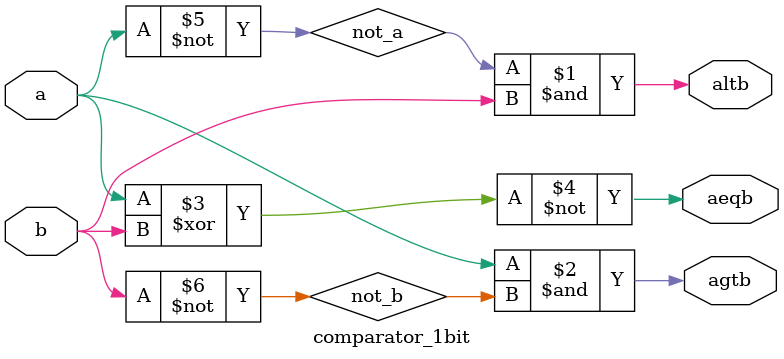
<source format=v>
module comparator_1bit(
    input a, b,
    output altb, aeqb, agtb
);

    wire not_a;
    wire not_b; 

    not NOT1 (not_a, a);
    not NOT2 (not_b, b);
    and AND1 (altb, not_a, b);
    and AND2 (agtb, a, not_b);
    xnor XNOR1 (aeqb, a, b);
    
endmodule
</source>
